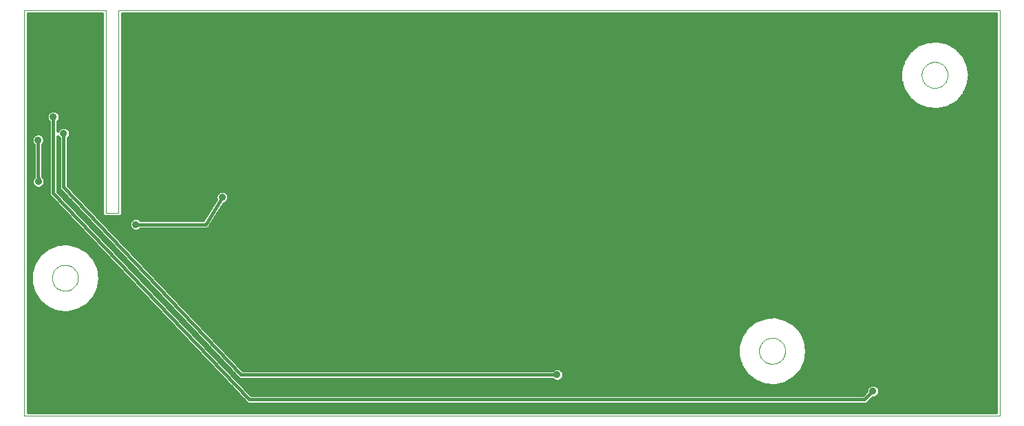
<source format=gbl>
G75*
G70*
%OFA0B0*%
%FSLAX24Y24*%
%IPPOS*%
%LPD*%
%AMOC8*
5,1,8,0,0,1.08239X$1,22.5*
%
%ADD10C,0.0000*%
%ADD11C,0.0356*%
%ADD12C,0.0160*%
D10*
X000204Y000467D02*
X000204Y020152D01*
X004141Y020152D01*
X004141Y010310D01*
X004771Y010310D01*
X004771Y020152D01*
X047448Y020152D01*
X047448Y000467D01*
X000204Y000467D01*
X001543Y007160D02*
X001545Y007210D01*
X001551Y007260D01*
X001561Y007309D01*
X001575Y007357D01*
X001592Y007404D01*
X001613Y007449D01*
X001638Y007493D01*
X001666Y007534D01*
X001698Y007573D01*
X001732Y007610D01*
X001769Y007644D01*
X001809Y007674D01*
X001851Y007701D01*
X001895Y007725D01*
X001941Y007746D01*
X001988Y007762D01*
X002036Y007775D01*
X002086Y007784D01*
X002135Y007789D01*
X002186Y007790D01*
X002236Y007787D01*
X002285Y007780D01*
X002334Y007769D01*
X002382Y007754D01*
X002428Y007736D01*
X002473Y007714D01*
X002516Y007688D01*
X002557Y007659D01*
X002596Y007627D01*
X002632Y007592D01*
X002664Y007554D01*
X002694Y007514D01*
X002721Y007471D01*
X002744Y007427D01*
X002763Y007381D01*
X002779Y007333D01*
X002791Y007284D01*
X002799Y007235D01*
X002803Y007185D01*
X002803Y007135D01*
X002799Y007085D01*
X002791Y007036D01*
X002779Y006987D01*
X002763Y006939D01*
X002744Y006893D01*
X002721Y006849D01*
X002694Y006806D01*
X002664Y006766D01*
X002632Y006728D01*
X002596Y006693D01*
X002557Y006661D01*
X002516Y006632D01*
X002473Y006606D01*
X002428Y006584D01*
X002382Y006566D01*
X002334Y006551D01*
X002285Y006540D01*
X002236Y006533D01*
X002186Y006530D01*
X002135Y006531D01*
X002086Y006536D01*
X002036Y006545D01*
X001988Y006558D01*
X001941Y006574D01*
X001895Y006595D01*
X001851Y006619D01*
X001809Y006646D01*
X001769Y006676D01*
X001732Y006710D01*
X001698Y006747D01*
X001666Y006786D01*
X001638Y006827D01*
X001613Y006871D01*
X001592Y006916D01*
X001575Y006963D01*
X001561Y007011D01*
X001551Y007060D01*
X001545Y007110D01*
X001543Y007160D01*
X035795Y003617D02*
X035797Y003667D01*
X035803Y003717D01*
X035813Y003766D01*
X035827Y003814D01*
X035844Y003861D01*
X035865Y003906D01*
X035890Y003950D01*
X035918Y003991D01*
X035950Y004030D01*
X035984Y004067D01*
X036021Y004101D01*
X036061Y004131D01*
X036103Y004158D01*
X036147Y004182D01*
X036193Y004203D01*
X036240Y004219D01*
X036288Y004232D01*
X036338Y004241D01*
X036387Y004246D01*
X036438Y004247D01*
X036488Y004244D01*
X036537Y004237D01*
X036586Y004226D01*
X036634Y004211D01*
X036680Y004193D01*
X036725Y004171D01*
X036768Y004145D01*
X036809Y004116D01*
X036848Y004084D01*
X036884Y004049D01*
X036916Y004011D01*
X036946Y003971D01*
X036973Y003928D01*
X036996Y003884D01*
X037015Y003838D01*
X037031Y003790D01*
X037043Y003741D01*
X037051Y003692D01*
X037055Y003642D01*
X037055Y003592D01*
X037051Y003542D01*
X037043Y003493D01*
X037031Y003444D01*
X037015Y003396D01*
X036996Y003350D01*
X036973Y003306D01*
X036946Y003263D01*
X036916Y003223D01*
X036884Y003185D01*
X036848Y003150D01*
X036809Y003118D01*
X036768Y003089D01*
X036725Y003063D01*
X036680Y003041D01*
X036634Y003023D01*
X036586Y003008D01*
X036537Y002997D01*
X036488Y002990D01*
X036438Y002987D01*
X036387Y002988D01*
X036338Y002993D01*
X036288Y003002D01*
X036240Y003015D01*
X036193Y003031D01*
X036147Y003052D01*
X036103Y003076D01*
X036061Y003103D01*
X036021Y003133D01*
X035984Y003167D01*
X035950Y003204D01*
X035918Y003243D01*
X035890Y003284D01*
X035865Y003328D01*
X035844Y003373D01*
X035827Y003420D01*
X035813Y003468D01*
X035803Y003517D01*
X035797Y003567D01*
X035795Y003617D01*
X043669Y017003D02*
X043671Y017053D01*
X043677Y017103D01*
X043687Y017152D01*
X043701Y017200D01*
X043718Y017247D01*
X043739Y017292D01*
X043764Y017336D01*
X043792Y017377D01*
X043824Y017416D01*
X043858Y017453D01*
X043895Y017487D01*
X043935Y017517D01*
X043977Y017544D01*
X044021Y017568D01*
X044067Y017589D01*
X044114Y017605D01*
X044162Y017618D01*
X044212Y017627D01*
X044261Y017632D01*
X044312Y017633D01*
X044362Y017630D01*
X044411Y017623D01*
X044460Y017612D01*
X044508Y017597D01*
X044554Y017579D01*
X044599Y017557D01*
X044642Y017531D01*
X044683Y017502D01*
X044722Y017470D01*
X044758Y017435D01*
X044790Y017397D01*
X044820Y017357D01*
X044847Y017314D01*
X044870Y017270D01*
X044889Y017224D01*
X044905Y017176D01*
X044917Y017127D01*
X044925Y017078D01*
X044929Y017028D01*
X044929Y016978D01*
X044925Y016928D01*
X044917Y016879D01*
X044905Y016830D01*
X044889Y016782D01*
X044870Y016736D01*
X044847Y016692D01*
X044820Y016649D01*
X044790Y016609D01*
X044758Y016571D01*
X044722Y016536D01*
X044683Y016504D01*
X044642Y016475D01*
X044599Y016449D01*
X044554Y016427D01*
X044508Y016409D01*
X044460Y016394D01*
X044411Y016383D01*
X044362Y016376D01*
X044312Y016373D01*
X044261Y016374D01*
X044212Y016379D01*
X044162Y016388D01*
X044114Y016401D01*
X044067Y016417D01*
X044021Y016438D01*
X043977Y016462D01*
X043935Y016489D01*
X043895Y016519D01*
X043858Y016553D01*
X043824Y016590D01*
X043792Y016629D01*
X043764Y016670D01*
X043739Y016714D01*
X043718Y016759D01*
X043701Y016806D01*
X043687Y016854D01*
X043677Y016903D01*
X043671Y016953D01*
X043669Y017003D01*
D11*
X045504Y004467D03*
X041304Y001667D03*
X030775Y002457D03*
X026004Y002467D03*
X009784Y011067D03*
X005604Y009757D03*
X003604Y011067D03*
X000884Y011837D03*
X000864Y013847D03*
X002104Y014167D03*
X001604Y014967D03*
X007504Y013867D03*
D12*
X004951Y013940D02*
X047268Y013940D01*
X047268Y014098D02*
X004951Y014098D01*
X004951Y014257D02*
X047268Y014257D01*
X047268Y014415D02*
X004951Y014415D01*
X004951Y014574D02*
X047268Y014574D01*
X047268Y014732D02*
X004951Y014732D01*
X004951Y014891D02*
X047268Y014891D01*
X047268Y015049D02*
X004951Y015049D01*
X004951Y015208D02*
X047268Y015208D01*
X047268Y015366D02*
X044595Y015366D01*
X044424Y015328D02*
X044913Y015439D01*
X045346Y015689D01*
X045346Y015689D01*
X045687Y016056D01*
X045687Y016056D01*
X045904Y016508D01*
X045979Y017003D01*
X045904Y017498D01*
X045687Y017949D01*
X045687Y017949D01*
X045346Y018316D01*
X044913Y018567D01*
X044913Y018567D01*
X044424Y018678D01*
X043925Y018641D01*
X043459Y018458D01*
X043459Y018458D01*
X043067Y018146D01*
X043067Y018146D01*
X042785Y017732D01*
X042785Y017732D01*
X042638Y017253D01*
X042638Y016752D01*
X042785Y016274D01*
X043067Y015860D01*
X043067Y015860D01*
X043459Y015548D01*
X043459Y015548D01*
X043925Y015365D01*
X044424Y015328D01*
X044424Y015328D01*
X043925Y015365D02*
X043925Y015365D01*
X043921Y015366D02*
X004951Y015366D01*
X004951Y015525D02*
X043517Y015525D01*
X043289Y015683D02*
X004951Y015683D01*
X004951Y015842D02*
X043090Y015842D01*
X042972Y016000D02*
X004951Y016000D01*
X004951Y016159D02*
X042864Y016159D01*
X042772Y016317D02*
X004951Y016317D01*
X004951Y016476D02*
X042723Y016476D01*
X042674Y016634D02*
X004951Y016634D01*
X004951Y016793D02*
X042638Y016793D01*
X042638Y016951D02*
X004951Y016951D01*
X004951Y017110D02*
X042638Y017110D01*
X042642Y017268D02*
X004951Y017268D01*
X004951Y017427D02*
X042691Y017427D01*
X042740Y017585D02*
X004951Y017585D01*
X004951Y017744D02*
X042794Y017744D01*
X042902Y017902D02*
X004951Y017902D01*
X004951Y018061D02*
X043010Y018061D01*
X043160Y018219D02*
X004951Y018219D01*
X004951Y018378D02*
X043359Y018378D01*
X043659Y018536D02*
X004951Y018536D01*
X004951Y018695D02*
X047268Y018695D01*
X047268Y018853D02*
X004951Y018853D01*
X004951Y019012D02*
X047268Y019012D01*
X047268Y019170D02*
X004951Y019170D01*
X004951Y019329D02*
X047268Y019329D01*
X047268Y019487D02*
X004951Y019487D01*
X004951Y019646D02*
X047268Y019646D01*
X047268Y019804D02*
X004951Y019804D01*
X004951Y019963D02*
X047268Y019963D01*
X047268Y019972D02*
X047268Y000647D01*
X000384Y000647D01*
X000384Y019972D01*
X003961Y019972D01*
X003961Y010235D01*
X004067Y010130D01*
X004846Y010130D01*
X004951Y010235D01*
X004951Y019972D01*
X047268Y019972D01*
X047268Y018536D02*
X044965Y018536D01*
X045240Y018378D02*
X047268Y018378D01*
X047268Y018219D02*
X045436Y018219D01*
X045346Y018316D02*
X045346Y018316D01*
X045583Y018061D02*
X047268Y018061D01*
X047268Y017902D02*
X045709Y017902D01*
X045786Y017744D02*
X047268Y017744D01*
X047268Y017585D02*
X045862Y017585D01*
X045904Y017498D02*
X045904Y017498D01*
X045915Y017427D02*
X047268Y017427D01*
X047268Y017268D02*
X045939Y017268D01*
X045963Y017110D02*
X047268Y017110D01*
X047268Y016951D02*
X045971Y016951D01*
X045947Y016793D02*
X047268Y016793D01*
X047268Y016634D02*
X045923Y016634D01*
X045904Y016508D02*
X045904Y016508D01*
X045889Y016476D02*
X047268Y016476D01*
X047268Y016317D02*
X045813Y016317D01*
X045736Y016159D02*
X047268Y016159D01*
X047268Y016000D02*
X045635Y016000D01*
X045488Y015842D02*
X047268Y015842D01*
X047268Y015683D02*
X045336Y015683D01*
X045061Y015525D02*
X047268Y015525D01*
X044913Y015439D02*
X044913Y015439D01*
X047268Y013781D02*
X004951Y013781D01*
X004951Y013623D02*
X047268Y013623D01*
X047268Y013464D02*
X004951Y013464D01*
X004951Y013306D02*
X047268Y013306D01*
X047268Y013147D02*
X004951Y013147D01*
X004951Y012989D02*
X047268Y012989D01*
X047268Y012830D02*
X004951Y012830D01*
X004951Y012672D02*
X047268Y012672D01*
X047268Y012513D02*
X004951Y012513D01*
X004951Y012355D02*
X047268Y012355D01*
X047268Y012196D02*
X004951Y012196D01*
X004951Y012038D02*
X047268Y012038D01*
X047268Y011879D02*
X004951Y011879D01*
X004951Y011721D02*
X047268Y011721D01*
X047268Y011562D02*
X004951Y011562D01*
X004951Y011404D02*
X047268Y011404D01*
X047268Y011245D02*
X010055Y011245D01*
X010054Y011248D02*
X009965Y011337D01*
X009848Y011386D01*
X009721Y011386D01*
X009604Y011337D01*
X009515Y011248D01*
X009466Y011131D01*
X009466Y011004D01*
X009474Y010984D01*
X008852Y009977D01*
X005834Y009977D01*
X005785Y010027D01*
X005668Y010076D01*
X005541Y010076D01*
X005424Y010027D01*
X005335Y009938D01*
X005286Y009821D01*
X005286Y009694D01*
X005335Y009577D01*
X005424Y009488D01*
X005541Y009439D01*
X005668Y009439D01*
X005785Y009488D01*
X005834Y009537D01*
X008912Y009537D01*
X008936Y009522D01*
X009000Y009537D01*
X009065Y009537D01*
X009086Y009558D01*
X009114Y009564D01*
X009148Y009620D01*
X009194Y009666D01*
X009194Y009695D01*
X009846Y010749D01*
X009848Y010749D01*
X009965Y010798D01*
X010054Y010887D01*
X010102Y011004D01*
X010102Y011131D01*
X010054Y011248D01*
X010102Y011087D02*
X047268Y011087D01*
X047268Y010928D02*
X010071Y010928D01*
X009897Y010770D02*
X047268Y010770D01*
X047268Y010611D02*
X009761Y010611D01*
X009663Y010453D02*
X047268Y010453D01*
X047268Y010294D02*
X009565Y010294D01*
X009467Y010136D02*
X047268Y010136D01*
X047268Y009977D02*
X009369Y009977D01*
X009271Y009819D02*
X047268Y009819D01*
X047268Y009660D02*
X009188Y009660D01*
X008974Y009757D02*
X009784Y011067D01*
X009466Y011087D02*
X004951Y011087D01*
X004951Y011245D02*
X009514Y011245D01*
X009440Y010928D02*
X004951Y010928D01*
X004951Y010770D02*
X009342Y010770D01*
X009244Y010611D02*
X004951Y010611D01*
X004951Y010453D02*
X009146Y010453D01*
X009048Y010294D02*
X004951Y010294D01*
X004852Y010136D02*
X008950Y010136D01*
X008852Y009977D02*
X005834Y009977D01*
X005374Y009977D02*
X003910Y009977D01*
X004059Y009819D02*
X005286Y009819D01*
X005300Y009660D02*
X004209Y009660D01*
X004359Y009502D02*
X005410Y009502D01*
X005604Y009757D02*
X008974Y009757D01*
X005799Y009502D02*
X047268Y009502D01*
X047268Y009343D02*
X004509Y009343D01*
X004659Y009185D02*
X047268Y009185D01*
X047268Y009026D02*
X004808Y009026D01*
X004958Y008868D02*
X047268Y008868D01*
X047268Y008709D02*
X005108Y008709D01*
X005258Y008551D02*
X047268Y008551D01*
X047268Y008392D02*
X005408Y008392D01*
X005557Y008234D02*
X047268Y008234D01*
X047268Y008075D02*
X005707Y008075D01*
X005857Y007917D02*
X047268Y007917D01*
X047268Y007758D02*
X006007Y007758D01*
X006157Y007600D02*
X047268Y007600D01*
X047268Y007441D02*
X006306Y007441D01*
X006456Y007283D02*
X047268Y007283D01*
X047268Y007124D02*
X006606Y007124D01*
X006756Y006966D02*
X047268Y006966D01*
X047268Y006807D02*
X006906Y006807D01*
X007055Y006649D02*
X047268Y006649D01*
X047268Y006490D02*
X007205Y006490D01*
X007355Y006332D02*
X047268Y006332D01*
X047268Y006173D02*
X007505Y006173D01*
X007654Y006015D02*
X047268Y006015D01*
X047268Y005856D02*
X007804Y005856D01*
X007954Y005698D02*
X047268Y005698D01*
X047268Y005539D02*
X008104Y005539D01*
X008254Y005381D02*
X047268Y005381D01*
X047268Y005222D02*
X036857Y005222D01*
X037039Y005181D02*
X036550Y005292D01*
X036051Y005255D01*
X035585Y005072D01*
X035585Y005072D01*
X035193Y004760D01*
X035193Y004760D01*
X035193Y004760D01*
X034911Y004346D01*
X034911Y004346D01*
X034764Y003867D01*
X034764Y003367D01*
X034911Y002888D01*
X035193Y002474D01*
X035193Y002474D01*
X035193Y002474D01*
X035585Y002162D01*
X036051Y001979D01*
X036550Y001942D01*
X036550Y001942D01*
X037039Y002053D01*
X037472Y002304D01*
X037472Y002304D01*
X037813Y002671D01*
X038030Y003122D01*
X038105Y003617D01*
X038030Y004112D01*
X038030Y004112D01*
X037813Y004563D01*
X037813Y004563D01*
X037472Y004931D01*
X037039Y005181D01*
X037039Y005181D01*
X037241Y005064D02*
X047268Y005064D01*
X047268Y004905D02*
X037496Y004905D01*
X037472Y004931D02*
X037472Y004931D01*
X037643Y004747D02*
X047268Y004747D01*
X047268Y004588D02*
X037790Y004588D01*
X037877Y004430D02*
X047268Y004430D01*
X047268Y004271D02*
X037954Y004271D01*
X038030Y004113D02*
X047268Y004113D01*
X047268Y003954D02*
X038054Y003954D01*
X038078Y003796D02*
X047268Y003796D01*
X047268Y003637D02*
X038102Y003637D01*
X038084Y003479D02*
X047268Y003479D01*
X047268Y003320D02*
X038060Y003320D01*
X038036Y003162D02*
X047268Y003162D01*
X047268Y003003D02*
X037973Y003003D01*
X038030Y003122D02*
X038030Y003122D01*
X037897Y002845D02*
X047268Y002845D01*
X047268Y002686D02*
X037821Y002686D01*
X037813Y002671D02*
X037813Y002671D01*
X037680Y002528D02*
X047268Y002528D01*
X047268Y002369D02*
X037533Y002369D01*
X037312Y002211D02*
X047268Y002211D01*
X047268Y002052D02*
X037035Y002052D01*
X037039Y002053D02*
X037039Y002053D01*
X036051Y001979D02*
X036051Y001979D01*
X035864Y002052D02*
X010662Y002052D01*
X010701Y002247D02*
X010789Y002245D01*
X010792Y002247D01*
X025774Y002247D01*
X025824Y002198D01*
X025941Y002149D01*
X026068Y002149D01*
X026185Y002198D01*
X026274Y002287D01*
X026322Y002404D01*
X026322Y002531D01*
X026274Y002648D01*
X026185Y002737D01*
X026068Y002786D01*
X025941Y002786D01*
X025824Y002737D01*
X025774Y002687D01*
X010799Y002687D01*
X002324Y011655D01*
X002324Y013938D01*
X002374Y013987D01*
X002422Y014104D01*
X002422Y014231D01*
X002374Y014348D01*
X002285Y014437D01*
X002168Y014486D01*
X002041Y014486D01*
X001924Y014437D01*
X001835Y014348D01*
X001824Y014323D01*
X001824Y014738D01*
X001874Y014787D01*
X001922Y014904D01*
X001922Y015031D01*
X001874Y015148D01*
X001785Y015237D01*
X001668Y015286D01*
X001541Y015286D01*
X001424Y015237D01*
X001335Y015148D01*
X001286Y015031D01*
X001286Y014904D01*
X001335Y014787D01*
X001384Y014738D01*
X001384Y011270D01*
X001382Y011182D01*
X001384Y011180D01*
X001384Y011176D01*
X001447Y011114D01*
X010884Y001180D01*
X010884Y001176D01*
X010947Y001114D01*
X011008Y001050D01*
X011011Y001050D01*
X011013Y001047D01*
X011102Y001047D01*
X011190Y001045D01*
X011192Y001047D01*
X040995Y001047D01*
X041297Y001349D01*
X041368Y001349D01*
X041485Y001398D01*
X041574Y001487D01*
X041622Y001604D01*
X041622Y001731D01*
X041574Y001848D01*
X041485Y001937D01*
X041368Y001986D01*
X041241Y001986D01*
X041124Y001937D01*
X041035Y001848D01*
X040986Y001731D01*
X040986Y001660D01*
X040813Y001487D01*
X011199Y001487D01*
X001824Y011355D01*
X001824Y014012D01*
X001835Y013987D01*
X001884Y013938D01*
X001884Y011571D01*
X001882Y011483D01*
X001884Y011480D01*
X001884Y011476D01*
X001947Y011414D01*
X010484Y002380D01*
X010484Y002376D01*
X010547Y002314D01*
X010607Y002250D01*
X010611Y002250D01*
X010613Y002247D01*
X010701Y002247D01*
X010511Y002211D02*
X025811Y002211D01*
X026198Y002211D02*
X035524Y002211D01*
X035585Y002162D02*
X035585Y002162D01*
X035325Y002369D02*
X026308Y002369D01*
X026322Y002528D02*
X035157Y002528D01*
X035049Y002686D02*
X026235Y002686D01*
X026004Y002467D02*
X010704Y002467D01*
X002104Y011567D01*
X002104Y014167D01*
X001882Y013940D02*
X001824Y013940D01*
X001824Y013781D02*
X001884Y013781D01*
X001884Y013623D02*
X001824Y013623D01*
X001824Y013464D02*
X001884Y013464D01*
X001884Y013306D02*
X001824Y013306D01*
X001824Y013147D02*
X001884Y013147D01*
X001884Y012989D02*
X001824Y012989D01*
X001824Y012830D02*
X001884Y012830D01*
X001884Y012672D02*
X001824Y012672D01*
X001824Y012513D02*
X001884Y012513D01*
X001884Y012355D02*
X001824Y012355D01*
X001824Y012196D02*
X001884Y012196D01*
X001884Y012038D02*
X001824Y012038D01*
X001824Y011879D02*
X001884Y011879D01*
X001884Y011721D02*
X001824Y011721D01*
X001824Y011562D02*
X001884Y011562D01*
X001824Y011404D02*
X001956Y011404D01*
X001929Y011245D02*
X002106Y011245D01*
X002079Y011087D02*
X002256Y011087D01*
X002230Y010928D02*
X002406Y010928D01*
X002380Y010770D02*
X002555Y010770D01*
X002531Y010611D02*
X002705Y010611D01*
X002682Y010453D02*
X002855Y010453D01*
X002832Y010294D02*
X003005Y010294D01*
X002983Y010136D02*
X003154Y010136D01*
X003133Y009977D02*
X003304Y009977D01*
X003284Y009819D02*
X003454Y009819D01*
X003434Y009660D02*
X003604Y009660D01*
X003585Y009502D02*
X003754Y009502D01*
X003736Y009343D02*
X003903Y009343D01*
X003886Y009185D02*
X004053Y009185D01*
X004037Y009026D02*
X004203Y009026D01*
X004187Y008868D02*
X004353Y008868D01*
X004338Y008709D02*
X004503Y008709D01*
X004488Y008551D02*
X004652Y008551D01*
X004639Y008392D02*
X004802Y008392D01*
X004790Y008234D02*
X004952Y008234D01*
X004940Y008075D02*
X005102Y008075D01*
X005091Y007917D02*
X005252Y007917D01*
X005241Y007758D02*
X005401Y007758D01*
X005392Y007600D02*
X005551Y007600D01*
X005542Y007441D02*
X005701Y007441D01*
X005693Y007283D02*
X005851Y007283D01*
X005844Y007124D02*
X006001Y007124D01*
X005994Y006966D02*
X006150Y006966D01*
X006145Y006807D02*
X006300Y006807D01*
X006295Y006649D02*
X006450Y006649D01*
X006446Y006490D02*
X006600Y006490D01*
X006597Y006332D02*
X006749Y006332D01*
X006747Y006173D02*
X006899Y006173D01*
X006898Y006015D02*
X007049Y006015D01*
X007048Y005856D02*
X007199Y005856D01*
X007199Y005698D02*
X007349Y005698D01*
X007349Y005539D02*
X007498Y005539D01*
X007500Y005381D02*
X007648Y005381D01*
X007651Y005222D02*
X007798Y005222D01*
X007801Y005064D02*
X007948Y005064D01*
X007952Y004905D02*
X008098Y004905D01*
X008102Y004747D02*
X008247Y004747D01*
X008253Y004588D02*
X008397Y004588D01*
X008403Y004430D02*
X008547Y004430D01*
X008554Y004271D02*
X008697Y004271D01*
X008705Y004113D02*
X008847Y004113D01*
X008855Y003954D02*
X008996Y003954D01*
X009006Y003796D02*
X009146Y003796D01*
X009156Y003637D02*
X009296Y003637D01*
X009307Y003479D02*
X009446Y003479D01*
X009457Y003320D02*
X009596Y003320D01*
X009608Y003162D02*
X009745Y003162D01*
X009759Y003003D02*
X009895Y003003D01*
X009909Y002845D02*
X010045Y002845D01*
X010060Y002686D02*
X010195Y002686D01*
X010210Y002528D02*
X010344Y002528D01*
X010361Y002369D02*
X010491Y002369D01*
X010055Y002052D02*
X000384Y002052D01*
X000384Y001894D02*
X010206Y001894D01*
X010356Y001735D02*
X000384Y001735D01*
X000384Y001577D02*
X010507Y001577D01*
X010657Y001418D02*
X000384Y001418D01*
X000384Y001260D02*
X010808Y001260D01*
X010959Y001101D02*
X000384Y001101D01*
X000384Y000943D02*
X047268Y000943D01*
X047268Y001101D02*
X041049Y001101D01*
X040904Y001267D02*
X041304Y001667D01*
X041081Y001894D02*
X010813Y001894D01*
X010963Y001735D02*
X040988Y001735D01*
X040903Y001577D02*
X011114Y001577D01*
X011104Y001267D02*
X040904Y001267D01*
X041208Y001260D02*
X047268Y001260D01*
X047268Y001418D02*
X041505Y001418D01*
X041611Y001577D02*
X047268Y001577D01*
X047268Y001735D02*
X041621Y001735D01*
X041528Y001894D02*
X047268Y001894D01*
X047268Y000784D02*
X000384Y000784D01*
X000384Y002211D02*
X009905Y002211D01*
X009754Y002369D02*
X000384Y002369D01*
X000384Y002528D02*
X009603Y002528D01*
X009453Y002686D02*
X000384Y002686D01*
X000384Y002845D02*
X009302Y002845D01*
X009152Y003003D02*
X000384Y003003D01*
X000384Y003162D02*
X009001Y003162D01*
X008851Y003320D02*
X000384Y003320D01*
X000384Y003479D02*
X008700Y003479D01*
X008549Y003637D02*
X000384Y003637D01*
X000384Y003796D02*
X008399Y003796D01*
X008248Y003954D02*
X000384Y003954D01*
X000384Y004113D02*
X008098Y004113D01*
X007947Y004271D02*
X000384Y004271D01*
X000384Y004430D02*
X007797Y004430D01*
X007646Y004588D02*
X000384Y004588D01*
X000384Y004747D02*
X007495Y004747D01*
X007345Y004905D02*
X000384Y004905D01*
X000384Y005064D02*
X007194Y005064D01*
X007044Y005222D02*
X000384Y005222D01*
X000384Y005381D02*
X006893Y005381D01*
X006742Y005539D02*
X002537Y005539D01*
X002298Y005485D02*
X002787Y005596D01*
X003220Y005847D01*
X003561Y006214D01*
X003778Y006665D01*
X003778Y006665D01*
X003853Y007160D01*
X003778Y007656D01*
X003561Y008107D01*
X003220Y008474D01*
X002787Y008724D01*
X002787Y008724D01*
X002298Y008836D01*
X001799Y008798D01*
X001333Y008615D01*
X000941Y008303D01*
X000659Y007889D01*
X000512Y007411D01*
X000512Y006910D01*
X000659Y006431D01*
X000941Y006018D01*
X000941Y006018D01*
X000941Y006018D01*
X001333Y005705D01*
X001799Y005522D01*
X002298Y005485D01*
X002298Y005485D01*
X001799Y005522D02*
X001799Y005522D01*
X001756Y005539D02*
X000384Y005539D01*
X000384Y005698D02*
X001352Y005698D01*
X001333Y005705D02*
X001333Y005705D01*
X001143Y005856D02*
X000384Y005856D01*
X000384Y006015D02*
X000945Y006015D01*
X000835Y006173D02*
X000384Y006173D01*
X000384Y006332D02*
X000727Y006332D01*
X000659Y006431D02*
X000659Y006431D01*
X000641Y006490D02*
X000384Y006490D01*
X000384Y006649D02*
X000592Y006649D01*
X000543Y006807D02*
X000384Y006807D01*
X000384Y006966D02*
X000512Y006966D01*
X000512Y007124D02*
X000384Y007124D01*
X000384Y007283D02*
X000512Y007283D01*
X000521Y007441D02*
X000384Y007441D01*
X000384Y007600D02*
X000570Y007600D01*
X000619Y007758D02*
X000384Y007758D01*
X000384Y007917D02*
X000678Y007917D01*
X000659Y007889D02*
X000659Y007889D01*
X000786Y008075D02*
X000384Y008075D01*
X000384Y008234D02*
X000894Y008234D01*
X000941Y008303D02*
X000941Y008303D01*
X000941Y008303D01*
X001053Y008392D02*
X000384Y008392D01*
X000384Y008551D02*
X001252Y008551D01*
X001333Y008615D02*
X001333Y008615D01*
X001573Y008709D02*
X000384Y008709D01*
X000384Y008868D02*
X003580Y008868D01*
X003430Y009026D02*
X000384Y009026D01*
X000384Y009185D02*
X003279Y009185D01*
X003129Y009343D02*
X000384Y009343D01*
X000384Y009502D02*
X002978Y009502D01*
X002828Y009660D02*
X000384Y009660D01*
X000384Y009819D02*
X002677Y009819D01*
X002526Y009977D02*
X000384Y009977D01*
X000384Y010136D02*
X002376Y010136D01*
X002225Y010294D02*
X000384Y010294D01*
X000384Y010453D02*
X002075Y010453D01*
X001924Y010611D02*
X000384Y010611D01*
X000384Y010770D02*
X001774Y010770D01*
X001623Y010928D02*
X000384Y010928D01*
X000384Y011087D02*
X001472Y011087D01*
X001384Y011245D02*
X000384Y011245D01*
X000384Y011404D02*
X001384Y011404D01*
X001384Y011562D02*
X001052Y011562D01*
X001065Y011568D02*
X001154Y011657D01*
X001202Y011774D01*
X001202Y011901D01*
X001154Y012018D01*
X001093Y012079D01*
X001084Y012263D01*
X001084Y013618D01*
X001134Y013667D01*
X001182Y013784D01*
X001182Y013911D01*
X001134Y014028D01*
X001045Y014117D01*
X000928Y014166D01*
X000801Y014166D01*
X000684Y014117D01*
X000595Y014028D01*
X000546Y013911D01*
X000546Y013784D01*
X000595Y013667D01*
X000644Y013618D01*
X000644Y012342D01*
X000640Y012338D01*
X000644Y012252D01*
X000644Y012166D01*
X000649Y012162D01*
X000654Y012057D01*
X000615Y012018D01*
X000566Y011901D01*
X000566Y011774D01*
X000615Y011657D01*
X000704Y011568D01*
X000821Y011519D01*
X000948Y011519D01*
X001065Y011568D01*
X001180Y011721D02*
X001384Y011721D01*
X001384Y011879D02*
X001202Y011879D01*
X001134Y012038D02*
X001384Y012038D01*
X001384Y012196D02*
X001088Y012196D01*
X001084Y012355D02*
X001384Y012355D01*
X001384Y012513D02*
X001084Y012513D01*
X001084Y012672D02*
X001384Y012672D01*
X001384Y012830D02*
X001084Y012830D01*
X001084Y012989D02*
X001384Y012989D01*
X001384Y013147D02*
X001084Y013147D01*
X001084Y013306D02*
X001384Y013306D01*
X001384Y013464D02*
X001084Y013464D01*
X001090Y013623D02*
X001384Y013623D01*
X001384Y013781D02*
X001181Y013781D01*
X001170Y013940D02*
X001384Y013940D01*
X001384Y014098D02*
X001063Y014098D01*
X000864Y013847D02*
X000864Y012257D01*
X000884Y011837D01*
X000588Y011721D02*
X000384Y011721D01*
X000384Y011879D02*
X000566Y011879D01*
X000635Y012038D02*
X000384Y012038D01*
X000384Y012196D02*
X000644Y012196D01*
X000644Y012355D02*
X000384Y012355D01*
X000384Y012513D02*
X000644Y012513D01*
X000644Y012672D02*
X000384Y012672D01*
X000384Y012830D02*
X000644Y012830D01*
X000644Y012989D02*
X000384Y012989D01*
X000384Y013147D02*
X000644Y013147D01*
X000644Y013306D02*
X000384Y013306D01*
X000384Y013464D02*
X000644Y013464D01*
X000639Y013623D02*
X000384Y013623D01*
X000384Y013781D02*
X000547Y013781D01*
X000558Y013940D02*
X000384Y013940D01*
X000384Y014098D02*
X000666Y014098D01*
X000384Y014257D02*
X001384Y014257D01*
X001384Y014415D02*
X000384Y014415D01*
X000384Y014574D02*
X001384Y014574D01*
X001384Y014732D02*
X000384Y014732D01*
X000384Y014891D02*
X001292Y014891D01*
X001294Y015049D02*
X000384Y015049D01*
X000384Y015208D02*
X001395Y015208D01*
X001604Y014967D02*
X001604Y011267D01*
X011104Y001267D01*
X010650Y002845D02*
X034941Y002845D01*
X034911Y002888D02*
X034911Y002888D01*
X034876Y003003D02*
X010501Y003003D01*
X010351Y003162D02*
X034827Y003162D01*
X034778Y003320D02*
X010201Y003320D01*
X010051Y003479D02*
X034764Y003479D01*
X034764Y003637D02*
X009901Y003637D01*
X009752Y003796D02*
X034764Y003796D01*
X034790Y003954D02*
X009602Y003954D01*
X009452Y004113D02*
X034839Y004113D01*
X034888Y004271D02*
X009302Y004271D01*
X009152Y004430D02*
X034968Y004430D01*
X035077Y004588D02*
X009003Y004588D01*
X008853Y004747D02*
X035185Y004747D01*
X035376Y004905D02*
X008703Y004905D01*
X008553Y005064D02*
X035575Y005064D01*
X035968Y005222D02*
X008403Y005222D01*
X006592Y005698D02*
X002962Y005698D01*
X002787Y005596D02*
X002787Y005596D01*
X003220Y005847D02*
X003220Y005847D01*
X003220Y005847D01*
X003229Y005856D02*
X006441Y005856D01*
X006291Y006015D02*
X003376Y006015D01*
X003523Y006173D02*
X006140Y006173D01*
X005990Y006332D02*
X003618Y006332D01*
X003561Y006214D02*
X003561Y006214D01*
X003694Y006490D02*
X005839Y006490D01*
X005688Y006649D02*
X003770Y006649D01*
X003800Y006807D02*
X005538Y006807D01*
X005387Y006966D02*
X003824Y006966D01*
X003847Y007124D02*
X005237Y007124D01*
X005086Y007283D02*
X003834Y007283D01*
X003810Y007441D02*
X004936Y007441D01*
X004785Y007600D02*
X003787Y007600D01*
X003778Y007656D02*
X003778Y007656D01*
X003729Y007758D02*
X004634Y007758D01*
X004484Y007917D02*
X003652Y007917D01*
X003576Y008075D02*
X004333Y008075D01*
X004183Y008234D02*
X003443Y008234D01*
X003561Y008107D02*
X003561Y008107D01*
X003296Y008392D02*
X004032Y008392D01*
X003882Y008551D02*
X003087Y008551D01*
X003220Y008474D02*
X003220Y008474D01*
X002812Y008709D02*
X003731Y008709D01*
X002298Y008836D02*
X002298Y008836D01*
X001799Y008798D02*
X001799Y008798D01*
X003760Y010136D02*
X004061Y010136D01*
X003961Y010294D02*
X003610Y010294D01*
X003460Y010453D02*
X003961Y010453D01*
X003961Y010611D02*
X003311Y010611D01*
X003161Y010770D02*
X003961Y010770D01*
X003961Y010928D02*
X003011Y010928D01*
X002861Y011087D02*
X003961Y011087D01*
X003961Y011245D02*
X002711Y011245D01*
X002562Y011404D02*
X003961Y011404D01*
X003961Y011562D02*
X002412Y011562D01*
X002324Y011721D02*
X003961Y011721D01*
X003961Y011879D02*
X002324Y011879D01*
X002324Y012038D02*
X003961Y012038D01*
X003961Y012196D02*
X002324Y012196D01*
X002324Y012355D02*
X003961Y012355D01*
X003961Y012513D02*
X002324Y012513D01*
X002324Y012672D02*
X003961Y012672D01*
X003961Y012830D02*
X002324Y012830D01*
X002324Y012989D02*
X003961Y012989D01*
X003961Y013147D02*
X002324Y013147D01*
X002324Y013306D02*
X003961Y013306D01*
X003961Y013464D02*
X002324Y013464D01*
X002324Y013623D02*
X003961Y013623D01*
X003961Y013781D02*
X002324Y013781D01*
X002327Y013940D02*
X003961Y013940D01*
X003961Y014098D02*
X002420Y014098D01*
X002412Y014257D02*
X003961Y014257D01*
X003961Y014415D02*
X002306Y014415D01*
X001903Y014415D02*
X001824Y014415D01*
X001824Y014574D02*
X003961Y014574D01*
X003961Y014732D02*
X001824Y014732D01*
X001917Y014891D02*
X003961Y014891D01*
X003961Y015049D02*
X001915Y015049D01*
X001814Y015208D02*
X003961Y015208D01*
X003961Y015366D02*
X000384Y015366D01*
X000384Y015525D02*
X003961Y015525D01*
X003961Y015683D02*
X000384Y015683D01*
X000384Y015842D02*
X003961Y015842D01*
X003961Y016000D02*
X000384Y016000D01*
X000384Y016159D02*
X003961Y016159D01*
X003961Y016317D02*
X000384Y016317D01*
X000384Y016476D02*
X003961Y016476D01*
X003961Y016634D02*
X000384Y016634D01*
X000384Y016793D02*
X003961Y016793D01*
X003961Y016951D02*
X000384Y016951D01*
X000384Y017110D02*
X003961Y017110D01*
X003961Y017268D02*
X000384Y017268D01*
X000384Y017427D02*
X003961Y017427D01*
X003961Y017585D02*
X000384Y017585D01*
X000384Y017744D02*
X003961Y017744D01*
X003961Y017902D02*
X000384Y017902D01*
X000384Y018061D02*
X003961Y018061D01*
X003961Y018219D02*
X000384Y018219D01*
X000384Y018378D02*
X003961Y018378D01*
X003961Y018536D02*
X000384Y018536D01*
X000384Y018695D02*
X003961Y018695D01*
X003961Y018853D02*
X000384Y018853D01*
X000384Y019012D02*
X003961Y019012D01*
X003961Y019170D02*
X000384Y019170D01*
X000384Y019329D02*
X003961Y019329D01*
X003961Y019487D02*
X000384Y019487D01*
X000384Y019646D02*
X003961Y019646D01*
X003961Y019804D02*
X000384Y019804D01*
X000384Y019963D02*
X003961Y019963D01*
X000717Y011562D02*
X000384Y011562D01*
X036051Y005255D02*
X036051Y005255D01*
X036550Y005292D02*
X036550Y005292D01*
X043925Y018641D02*
X043925Y018641D01*
X044424Y018678D02*
X044424Y018678D01*
M02*

</source>
